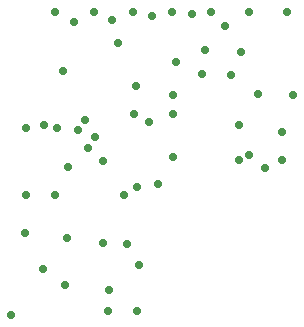
<source format=gbs>
G04 Layer_Color=16711935*
%FSLAX24Y24*%
%MOIN*%
G70*
G01*
G75*
%ADD72C,0.0280*%
D72*
X5710Y6950D02*
D03*
Y7590D02*
D03*
X4450Y7870D02*
D03*
X2160Y2810D02*
D03*
X3560Y1080D02*
D03*
X3530Y400D02*
D03*
X310Y250D02*
D03*
X9690Y7580D02*
D03*
X7900Y6579D02*
D03*
X760Y3000D02*
D03*
X4060Y4240D02*
D03*
X3360Y2640D02*
D03*
X4170Y2630D02*
D03*
X2870Y5830D02*
D03*
X2760Y6740D02*
D03*
X3100Y6170D02*
D03*
X1410Y6580D02*
D03*
X4890Y6690D02*
D03*
X4400Y6950D02*
D03*
X5708Y5505D02*
D03*
X8530Y7630D02*
D03*
X9340Y6340D02*
D03*
X7880Y5430D02*
D03*
X4480Y390D02*
D03*
X8750Y5150D02*
D03*
X5210Y4610D02*
D03*
X790Y4260D02*
D03*
X1750Y4250D02*
D03*
X2080Y1240D02*
D03*
X1830Y6470D02*
D03*
X2020Y8400D02*
D03*
X2400Y10030D02*
D03*
X3870Y9330D02*
D03*
X3650Y10070D02*
D03*
X5010Y10230D02*
D03*
X6320Y10290D02*
D03*
X7420Y9880D02*
D03*
X5780Y8690D02*
D03*
X6770Y9070D02*
D03*
X7970Y9020D02*
D03*
X6650Y8290D02*
D03*
X7620Y8250D02*
D03*
X9340Y5420D02*
D03*
X790Y6480D02*
D03*
X4560Y1913D02*
D03*
X9500Y10350D02*
D03*
X8230D02*
D03*
X6950D02*
D03*
X5650D02*
D03*
X4360D02*
D03*
X3070D02*
D03*
X1770D02*
D03*
X2210Y5180D02*
D03*
X1370Y1800D02*
D03*
X3360Y5380D02*
D03*
X2520Y6430D02*
D03*
X4503Y4523D02*
D03*
X8230Y5600D02*
D03*
M02*

</source>
